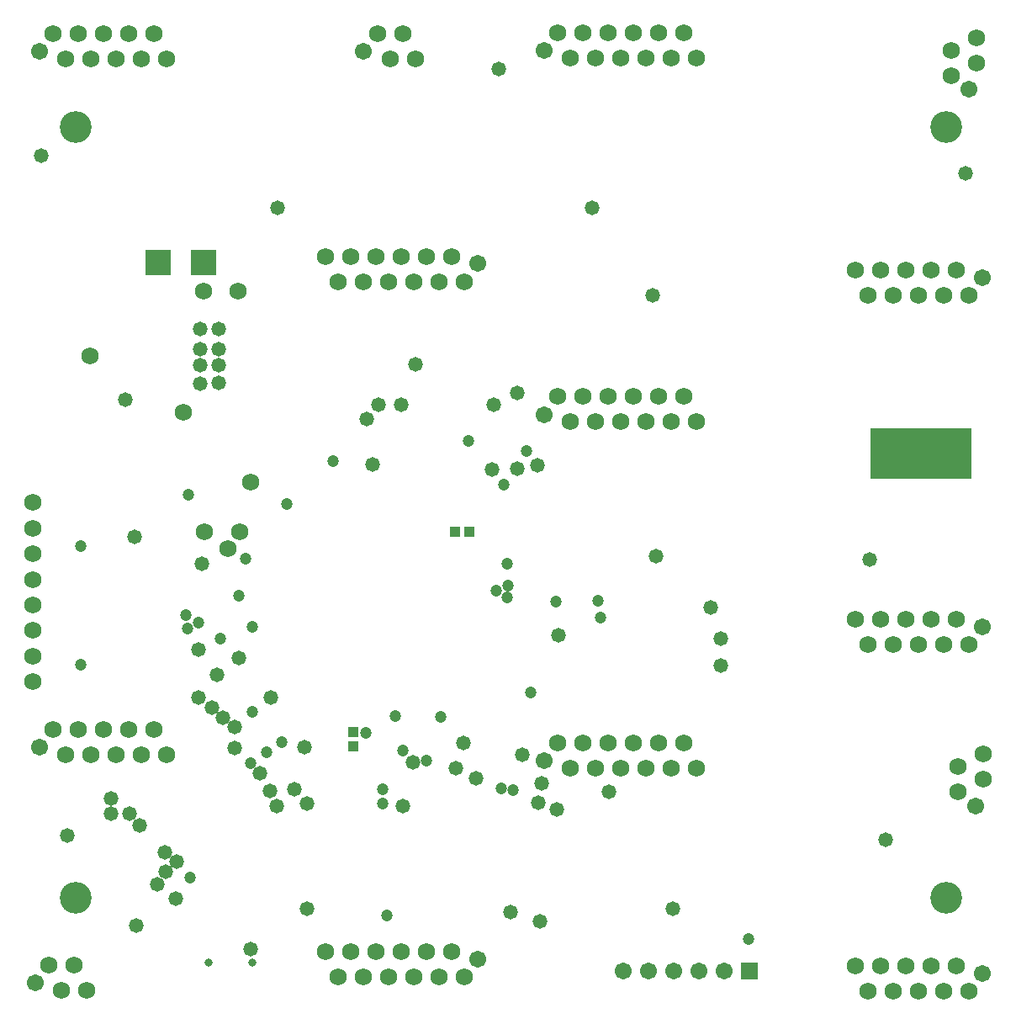
<source format=gbs>
%FSLAX25Y25*%
%MOIN*%
G70*
G01*
G75*
G04 Layer_Color=16711935*
%ADD10R,0.05079X0.04882*%
%ADD11O,0.01575X0.05906*%
%ADD12R,0.01575X0.05906*%
%ADD13R,0.00748X0.03961*%
%ADD14R,0.03961X0.00748*%
%ADD15R,0.08661X0.12992*%
%ADD16R,0.08661X0.03937*%
%ADD17O,0.03150X0.10039*%
%ADD18R,0.12992X0.08268*%
%ADD19R,0.04724X0.08268*%
%ADD20R,0.14567X0.09055*%
%ADD21R,0.03150X0.03543*%
%ADD22R,0.02756X0.03543*%
%ADD23R,0.03543X0.03150*%
%ADD24R,0.03543X0.02756*%
%ADD25R,0.02953X0.03543*%
%ADD26R,0.39370X0.19685*%
%ADD27R,0.03543X0.02953*%
%ADD28O,0.09055X0.01378*%
%ADD29R,0.07874X0.09843*%
%ADD30R,0.01969X0.09055*%
%ADD31C,0.31496*%
%ADD32C,0.01000*%
%ADD33C,0.01969*%
%ADD34C,0.03937*%
%ADD35C,0.06000*%
%ADD36C,0.11811*%
%ADD37C,0.02362*%
%ADD38R,0.05906X0.05906*%
%ADD39C,0.05906*%
%ADD40C,0.03937*%
%ADD41C,0.05000*%
%ADD42R,0.09055X0.09055*%
%ADD43C,0.00787*%
%ADD44C,0.01181*%
%ADD45C,0.00984*%
%ADD46C,0.02362*%
%ADD47C,0.00394*%
%ADD48R,0.05879X0.05682*%
%ADD49O,0.02375X0.06706*%
%ADD50R,0.02375X0.06706*%
%ADD51R,0.01548X0.04761*%
%ADD52R,0.04761X0.01548*%
%ADD53R,0.09461X0.13792*%
%ADD54R,0.09461X0.04737*%
%ADD55O,0.03950X0.10839*%
%ADD56R,0.13792X0.09068*%
%ADD57R,0.05524X0.09068*%
%ADD58R,0.15367X0.09855*%
%ADD59R,0.03950X0.04343*%
%ADD60R,0.03556X0.04343*%
%ADD61R,0.04343X0.03950*%
%ADD62R,0.04343X0.03556*%
%ADD63R,0.03753X0.04343*%
%ADD64R,0.40170X0.20485*%
%ADD65R,0.04343X0.03753*%
%ADD66O,0.09855X0.02178*%
%ADD67R,0.08674X0.10642*%
%ADD68R,0.02769X0.09855*%
%ADD69C,0.06800*%
%ADD70C,0.12611*%
%ADD71C,0.03162*%
%ADD72R,0.06706X0.06706*%
%ADD73C,0.06706*%
%ADD74C,0.04737*%
%ADD75C,0.05800*%
%ADD76R,0.09855X0.09855*%
D59*
X499902Y260531D02*
D03*
X505413D02*
D03*
D61*
X459646Y175394D02*
D03*
Y180906D02*
D03*
D64*
X684646Y291260D02*
D03*
D69*
X409842Y253839D02*
D03*
X418898Y280118D02*
D03*
X355217Y330217D02*
D03*
X392224Y307776D02*
D03*
X332520Y271988D02*
D03*
Y261850D02*
D03*
Y251713D02*
D03*
Y241476D02*
D03*
Y231437D02*
D03*
Y221299D02*
D03*
Y211161D02*
D03*
Y201122D02*
D03*
X453425Y84095D02*
D03*
X463425D02*
D03*
X473425D02*
D03*
X483425D02*
D03*
X493425D02*
D03*
X503425D02*
D03*
X498425Y94095D02*
D03*
X488425D02*
D03*
X478425D02*
D03*
X468425D02*
D03*
X458425D02*
D03*
X448425D02*
D03*
X595630Y303937D02*
D03*
X585630D02*
D03*
X575630D02*
D03*
X565630D02*
D03*
X555630D02*
D03*
X545630D02*
D03*
X540630Y313937D02*
D03*
X550630D02*
D03*
X560630D02*
D03*
X570630D02*
D03*
X580630D02*
D03*
X590630D02*
D03*
X590630Y176693D02*
D03*
X580630D02*
D03*
X570630D02*
D03*
X560630D02*
D03*
X550630D02*
D03*
X540630D02*
D03*
X545630Y166693D02*
D03*
X555630D02*
D03*
X565630D02*
D03*
X575630D02*
D03*
X585630D02*
D03*
X595630D02*
D03*
X453425Y359567D02*
D03*
X463425D02*
D03*
X473425D02*
D03*
X483425D02*
D03*
X493425D02*
D03*
X503425D02*
D03*
X498425Y369567D02*
D03*
X488425D02*
D03*
X478425D02*
D03*
X468425D02*
D03*
X458425D02*
D03*
X448425D02*
D03*
X658386Y364094D02*
D03*
X668386D02*
D03*
X678386D02*
D03*
X688386D02*
D03*
X698386D02*
D03*
X703386Y354095D02*
D03*
X693386D02*
D03*
X683386D02*
D03*
X673386D02*
D03*
X663386D02*
D03*
X658504Y225748D02*
D03*
X668504D02*
D03*
X678504D02*
D03*
X688504D02*
D03*
X698504D02*
D03*
X703504Y215748D02*
D03*
X693504D02*
D03*
X683504D02*
D03*
X673504D02*
D03*
X663504D02*
D03*
X658504Y88465D02*
D03*
X668504D02*
D03*
X678504D02*
D03*
X688504D02*
D03*
X698504D02*
D03*
X703504Y78465D02*
D03*
X693504D02*
D03*
X683504D02*
D03*
X673504D02*
D03*
X663504D02*
D03*
X385591Y172165D02*
D03*
X375590D02*
D03*
X365591D02*
D03*
X355591D02*
D03*
X345590D02*
D03*
X340591Y182165D02*
D03*
X350590D02*
D03*
X360591D02*
D03*
X370590D02*
D03*
X380591D02*
D03*
X400591Y260531D02*
D03*
X414370D02*
D03*
X400098Y355807D02*
D03*
X413878D02*
D03*
X595669Y448150D02*
D03*
X585669D02*
D03*
X575669D02*
D03*
X565669D02*
D03*
X555669D02*
D03*
X545669D02*
D03*
X540669Y458150D02*
D03*
X550669D02*
D03*
X560669D02*
D03*
X570669D02*
D03*
X580669D02*
D03*
X590669D02*
D03*
X696457Y451142D02*
D03*
Y441142D02*
D03*
X706457Y446142D02*
D03*
Y456142D02*
D03*
X479193Y457874D02*
D03*
X469193D02*
D03*
X474193Y447874D02*
D03*
X484193D02*
D03*
X385591Y447756D02*
D03*
X375591D02*
D03*
X365591D02*
D03*
X355591D02*
D03*
X345591D02*
D03*
X340591Y457756D02*
D03*
X350591D02*
D03*
X360591D02*
D03*
X370591D02*
D03*
X380591D02*
D03*
X348976Y88779D02*
D03*
X338976D02*
D03*
X343976Y78780D02*
D03*
X353976D02*
D03*
X699213Y167283D02*
D03*
Y157283D02*
D03*
X709213Y162284D02*
D03*
Y172283D02*
D03*
D70*
X349410Y420866D02*
D03*
X694685D02*
D03*
Y115354D02*
D03*
X349410D02*
D03*
D71*
X402264Y89862D02*
D03*
X419587D02*
D03*
D72*
X616417Y86535D02*
D03*
D73*
X606417D02*
D03*
X596417D02*
D03*
X586417D02*
D03*
X576417D02*
D03*
X566417D02*
D03*
X508937Y91181D02*
D03*
X535118Y306850D02*
D03*
X535118Y169606D02*
D03*
X508937Y366654D02*
D03*
X708898Y361142D02*
D03*
X709016Y222795D02*
D03*
Y85512D02*
D03*
X335079Y175118D02*
D03*
X535157Y451063D02*
D03*
X703543Y435630D02*
D03*
X463681Y450787D02*
D03*
X335079Y450709D02*
D03*
X333465Y81693D02*
D03*
X706299Y151772D02*
D03*
D74*
X518037Y158571D02*
D03*
X522933Y158014D02*
D03*
X519095Y279232D02*
D03*
X431123Y177076D02*
D03*
X479331Y173721D02*
D03*
X464370Y180748D02*
D03*
X494193Y186909D02*
D03*
X394094Y275098D02*
D03*
X433112Y271358D02*
D03*
X471161Y158366D02*
D03*
X488681Y169587D02*
D03*
X406772Y218012D02*
D03*
X419607Y222747D02*
D03*
X414307Y234945D02*
D03*
X417001Y249763D02*
D03*
X529823Y196653D02*
D03*
X520695Y234263D02*
D03*
X419390Y188976D02*
D03*
X476083Y187500D02*
D03*
X556693Y232972D02*
D03*
X557382Y226480D02*
D03*
X520990Y239087D02*
D03*
X516240Y236910D02*
D03*
X520669Y247638D02*
D03*
X505315Y296260D02*
D03*
X451476Y288386D02*
D03*
X616339Y98976D02*
D03*
X351673Y254823D02*
D03*
X351378Y207677D02*
D03*
X528346Y292421D02*
D03*
X472835Y108366D02*
D03*
X539764Y232874D02*
D03*
X471063Y152854D02*
D03*
X393326Y227373D02*
D03*
X393701Y222047D02*
D03*
X398149Y224519D02*
D03*
X394980Y123327D02*
D03*
X425039Y172913D02*
D03*
X418799Y168701D02*
D03*
D75*
X540748Y219390D02*
D03*
X369108Y312697D02*
D03*
X483291Y169095D02*
D03*
X500295Y166831D02*
D03*
X427027Y194882D02*
D03*
X426673Y157677D02*
D03*
X503051Y176870D02*
D03*
X508167Y162690D02*
D03*
X436319Y158465D02*
D03*
X579528Y250689D02*
D03*
X578150Y354232D02*
D03*
X484252Y326575D02*
D03*
X517224Y443898D02*
D03*
X346063Y140157D02*
D03*
X373425Y104528D02*
D03*
X670374Y138484D02*
D03*
X664173Y249311D02*
D03*
X702264Y402461D02*
D03*
X336024Y409449D02*
D03*
X372933Y258465D02*
D03*
X601279Y230413D02*
D03*
X605315Y218012D02*
D03*
Y207480D02*
D03*
X554035Y388779D02*
D03*
X524409Y315354D02*
D03*
X515256Y310827D02*
D03*
X478642D02*
D03*
X469390D02*
D03*
X429528Y388779D02*
D03*
X406102Y319291D02*
D03*
X464862Y305217D02*
D03*
X467126Y286910D02*
D03*
X406201Y326476D02*
D03*
Y332776D02*
D03*
X406299Y340748D02*
D03*
X399016Y319193D02*
D03*
Y326476D02*
D03*
Y332874D02*
D03*
X398819Y340748D02*
D03*
X524567Y285394D02*
D03*
X514528Y285197D02*
D03*
X561024Y157480D02*
D03*
X414307Y210378D02*
D03*
X405610Y203642D02*
D03*
X526476Y172165D02*
D03*
X532776Y152953D02*
D03*
X440277Y175008D02*
D03*
X521949Y109843D02*
D03*
X533366Y106102D02*
D03*
X586319Y111221D02*
D03*
X540059Y150295D02*
D03*
X534350Y160630D02*
D03*
X479134Y151870D02*
D03*
X384941Y133465D02*
D03*
X374920Y143905D02*
D03*
X363681Y148819D02*
D03*
X412402Y182945D02*
D03*
X403366Y190659D02*
D03*
X385353Y125695D02*
D03*
X370866Y148721D02*
D03*
X407697Y186623D02*
D03*
X381712Y120872D02*
D03*
X363502Y154732D02*
D03*
X398248Y194694D02*
D03*
Y213593D02*
D03*
X418918Y95083D02*
D03*
X389173Y115157D02*
D03*
X389684Y129731D02*
D03*
X412444Y174606D02*
D03*
X399606Y247835D02*
D03*
X422560Y164772D02*
D03*
X441043Y110925D02*
D03*
X429035Y151673D02*
D03*
X441240Y152854D02*
D03*
X532677Y286890D02*
D03*
D76*
X400079Y367205D02*
D03*
X382362D02*
D03*
M02*

</source>
